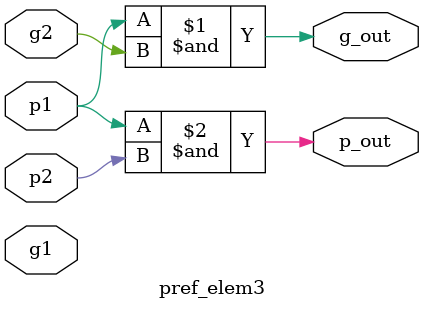
<source format=v>
module pref_elem3 (g1, p1, g2, p2, g_out, p_out);
	input g1;
	input p1;
	input g2;
	input p2;
	output g_out;
	output p_out;
	assign g_out = p1&g2;
	assign p_out = p1&p2;
endmodule

</source>
